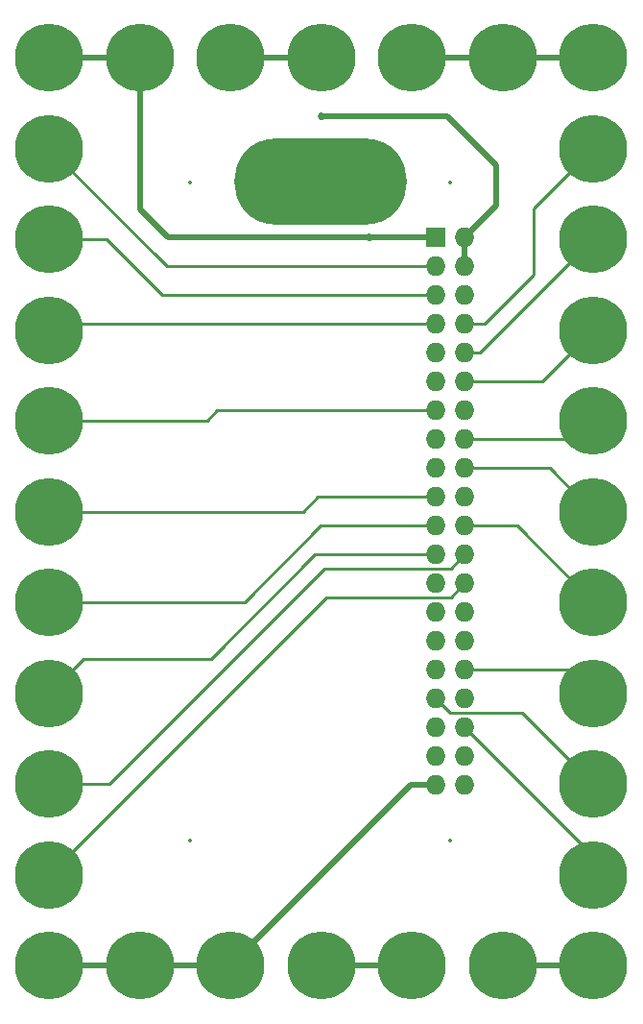
<source format=gtl>
%TF.GenerationSoftware,KiCad,Pcbnew,4.0.7-e2-6376~58~ubuntu16.04.1*%
%TF.CreationDate,2018-05-12T15:05:11-07:00*%
%TF.ProjectId,7x11-RasPi-Zero-Breakout,377831312D52617350692D5A65726F2D,1.0*%
%TF.FileFunction,Copper,L1,Top,Signal*%
%FSLAX46Y46*%
G04 Gerber Fmt 4.6, Leading zero omitted, Abs format (unit mm)*
G04 Created by KiCad (PCBNEW 4.0.7-e2-6376~58~ubuntu16.04.1) date Sat May 12 15:05:11 2018*
%MOMM*%
%LPD*%
G01*
G04 APERTURE LIST*
%ADD10C,0.350000*%
%ADD11O,15.240000X7.620000*%
%ADD12C,6.000000*%
%ADD13R,1.727200X1.727200*%
%ADD14O,1.727200X1.727200*%
%ADD15C,0.685800*%
%ADD16C,0.254000*%
%ADD17C,0.508000*%
%ADD18C,0.330200*%
%ADD19C,0.350000*%
G04 APERTURE END LIST*
D10*
D11*
X33274000Y-51943000D03*
D12*
X57304000Y-81046000D03*
X57303000Y-73046000D03*
X57303000Y-57046000D03*
X57303000Y-89046000D03*
X57303000Y-49046000D03*
X57303000Y-65046000D03*
X57304000Y-97046000D03*
X57304000Y-105046000D03*
X57303000Y-41046000D03*
X49304000Y-41046000D03*
X25304000Y-41046000D03*
X17304000Y-41046000D03*
X25304000Y-121046000D03*
X17304000Y-121046000D03*
X57303000Y-121046000D03*
X41304000Y-121046000D03*
X9304000Y-121046000D03*
X9304000Y-105046000D03*
X9304000Y-97046000D03*
X9304000Y-89046000D03*
X9304000Y-81046000D03*
X9304000Y-73046000D03*
X9304000Y-65046000D03*
X9304000Y-57046000D03*
X9304000Y-49046000D03*
X9304000Y-41046000D03*
X57304000Y-113046000D03*
X9304000Y-113046000D03*
X33304000Y-41046000D03*
X33304000Y-121046000D03*
X41304000Y-41046000D03*
X49304000Y-121046000D03*
D13*
X43434000Y-56896000D03*
D14*
X45974000Y-56896000D03*
X43434000Y-59436000D03*
X45974000Y-59436000D03*
X43434000Y-61976000D03*
X45974000Y-61976000D03*
X43434000Y-64516000D03*
X45974000Y-64516000D03*
X43434000Y-67056000D03*
X45974000Y-67056000D03*
X43434000Y-69596000D03*
X45974000Y-69596000D03*
X43434000Y-72136000D03*
X45974000Y-72136000D03*
X43434000Y-74676000D03*
X45974000Y-74676000D03*
X43434000Y-77216000D03*
X45974000Y-77216000D03*
X43434000Y-79756000D03*
X45974000Y-79756000D03*
X43434000Y-82296000D03*
X45974000Y-82296000D03*
X43434000Y-84836000D03*
X45974000Y-84836000D03*
X43434000Y-87376000D03*
X45974000Y-87376000D03*
X43434000Y-89916000D03*
X45974000Y-89916000D03*
X43434000Y-92456000D03*
X45974000Y-92456000D03*
X43434000Y-94996000D03*
X45974000Y-94996000D03*
X43434000Y-97536000D03*
X45974000Y-97536000D03*
X43434000Y-100076000D03*
X45974000Y-100076000D03*
X43434000Y-102616000D03*
X45974000Y-102616000D03*
X43434000Y-105156000D03*
X45974000Y-105156000D03*
D15*
X37592000Y-56896000D03*
X33304000Y-46228000D03*
D16*
X57304000Y-81046000D02*
X53474000Y-77216000D01*
X53474000Y-77216000D02*
X45974000Y-77216000D01*
X45974000Y-74676000D02*
X55673000Y-74676000D01*
X55673000Y-74676000D02*
X57303000Y-73046000D01*
X45974000Y-67056000D02*
X47293000Y-67056000D01*
X47293000Y-67056000D02*
X57303000Y-57046000D01*
X45974000Y-82296000D02*
X50553000Y-82296000D01*
X50553000Y-82296000D02*
X57303000Y-89046000D01*
X52070000Y-60198000D02*
X52070000Y-54279000D01*
X52070000Y-54279000D02*
X57303000Y-49046000D01*
X47752000Y-64516000D02*
X52070000Y-60198000D01*
X45974000Y-64516000D02*
X47752000Y-64516000D01*
X45974000Y-69596000D02*
X52753000Y-69596000D01*
X52753000Y-69596000D02*
X57303000Y-65046000D01*
X45974000Y-94996000D02*
X55254000Y-94996000D01*
X55254000Y-94996000D02*
X57304000Y-97046000D01*
X43434000Y-97536000D02*
X44678601Y-98780601D01*
X44678601Y-98780601D02*
X51038601Y-98780601D01*
X51038601Y-98780601D02*
X54304001Y-102046001D01*
X54304001Y-102046001D02*
X57304000Y-105046000D01*
X45974000Y-84836000D02*
X44729399Y-86080601D01*
X44729399Y-86080601D02*
X33553399Y-86080601D01*
X33553399Y-86080601D02*
X14588000Y-105046000D01*
X14588000Y-105046000D02*
X9304000Y-105046000D01*
X23555999Y-94046001D02*
X32766000Y-84836000D01*
X32766000Y-84836000D02*
X43434000Y-84836000D01*
X9304000Y-97046000D02*
X12303999Y-94046001D01*
X12303999Y-94046001D02*
X23555999Y-94046001D01*
X43434000Y-82296000D02*
X40132000Y-82296000D01*
X40132000Y-82296000D02*
X39116000Y-82296000D01*
X26524000Y-89046000D02*
X33274000Y-82296000D01*
X33274000Y-82296000D02*
X40132000Y-82296000D01*
X9304000Y-89046000D02*
X26524000Y-89046000D01*
X43434000Y-79756000D02*
X38608000Y-79756000D01*
X38608000Y-79756000D02*
X38100000Y-79756000D01*
X31730000Y-81046000D02*
X33020000Y-79756000D01*
X33020000Y-79756000D02*
X38608000Y-79756000D01*
X9304000Y-81046000D02*
X31730000Y-81046000D01*
X24130000Y-72136000D02*
X23220000Y-73046000D01*
X23220000Y-73046000D02*
X9304000Y-73046000D01*
X33782000Y-72136000D02*
X31750000Y-72136000D01*
X43434000Y-72136000D02*
X33782000Y-72136000D01*
X33782000Y-72136000D02*
X24130000Y-72136000D01*
X10214000Y-72136000D02*
X9304000Y-73046000D01*
X43434000Y-64516000D02*
X9834000Y-64516000D01*
X9834000Y-64516000D02*
X9304000Y-65046000D01*
X19304000Y-61976000D02*
X14374000Y-57046000D01*
X14374000Y-57046000D02*
X9304000Y-57046000D01*
X43434000Y-61976000D02*
X19304000Y-61976000D01*
X43434000Y-59436000D02*
X19694000Y-59436000D01*
X19694000Y-59436000D02*
X9304000Y-49046000D01*
X45974000Y-100076000D02*
X57304000Y-111406000D01*
X57304000Y-111406000D02*
X57304000Y-113046000D01*
X45974000Y-87376000D02*
X44729399Y-88620601D01*
X44729399Y-88620601D02*
X33729399Y-88620601D01*
X33729399Y-88620601D02*
X12303999Y-110046001D01*
X12303999Y-110046001D02*
X9304000Y-113046000D01*
D17*
X37592000Y-56896000D02*
X20574000Y-56896000D01*
X43434000Y-56896000D02*
X37592000Y-56896000D01*
X19812000Y-56896000D02*
X17304000Y-54388000D01*
X17304000Y-54388000D02*
X17304000Y-41046000D01*
X20574000Y-56896000D02*
X20320000Y-56896000D01*
X20574000Y-56896000D02*
X19812000Y-56896000D01*
X9304000Y-41046000D02*
X13546640Y-41046000D01*
X13546640Y-41046000D02*
X17304000Y-41046000D01*
X49304000Y-121046000D02*
X57303000Y-121046000D01*
X48768000Y-54102000D02*
X48768000Y-50546000D01*
X45974000Y-56896000D02*
X48768000Y-54102000D01*
X48768000Y-50546000D02*
X44450000Y-46228000D01*
X44450000Y-46228000D02*
X33304000Y-46228000D01*
X33304000Y-41046000D02*
X25304000Y-41046000D01*
X33304000Y-121046000D02*
X37546640Y-121046000D01*
X37546640Y-121046000D02*
X41304000Y-121046000D01*
X45974000Y-56896000D02*
X45974000Y-59436000D01*
X49304000Y-41046000D02*
X57303000Y-41046000D01*
X41304000Y-41046000D02*
X45546640Y-41046000D01*
X45546640Y-41046000D02*
X49304000Y-41046000D01*
X25304000Y-121046000D02*
X41194000Y-105156000D01*
X41194000Y-105156000D02*
X43434000Y-105156000D01*
X17304000Y-121046000D02*
X21546640Y-121046000D01*
X21546640Y-121046000D02*
X25304000Y-121046000D01*
X9304000Y-121046000D02*
X13546640Y-121046000D01*
X13546640Y-121046000D02*
X17304000Y-121046000D01*
D18*
X37592000Y-56896000D03*
X33304000Y-46228000D03*
D19*
X57304000Y-81046000D03*
X57303000Y-73046000D03*
X57303000Y-57046000D03*
X57303000Y-89046000D03*
X57303000Y-49046000D03*
X57303000Y-65046000D03*
X57304000Y-97046000D03*
X57304000Y-105046000D03*
X57303000Y-41046000D03*
X49304000Y-41046000D03*
X25304000Y-41046000D03*
X17304000Y-41046000D03*
X25304000Y-121046000D03*
X17304000Y-121046000D03*
X57303000Y-121046000D03*
X41304000Y-121046000D03*
X9304000Y-121046000D03*
X9304000Y-105046000D03*
X9304000Y-97046000D03*
X9304000Y-89046000D03*
X9304000Y-81046000D03*
X9304000Y-73046000D03*
X9304000Y-65046000D03*
X9304000Y-57046000D03*
X9304000Y-49046000D03*
X9304000Y-41046000D03*
X57304000Y-113046000D03*
X9304000Y-113046000D03*
X33304000Y-41046000D03*
X33304000Y-121046000D03*
X41304000Y-41046000D03*
X49304000Y-121046000D03*
X21704000Y-52046000D03*
X44704000Y-52046000D03*
X44704000Y-110046000D03*
X21704000Y-110046000D03*
X43434000Y-56896000D03*
X45974000Y-56896000D03*
X43434000Y-59436000D03*
X45974000Y-59436000D03*
X43434000Y-61976000D03*
X45974000Y-61976000D03*
X43434000Y-64516000D03*
X45974000Y-64516000D03*
X43434000Y-67056000D03*
X45974000Y-67056000D03*
X43434000Y-69596000D03*
X45974000Y-69596000D03*
X43434000Y-72136000D03*
X45974000Y-72136000D03*
X43434000Y-74676000D03*
X45974000Y-74676000D03*
X43434000Y-77216000D03*
X45974000Y-77216000D03*
X43434000Y-79756000D03*
X45974000Y-79756000D03*
X43434000Y-82296000D03*
X45974000Y-82296000D03*
X43434000Y-84836000D03*
X45974000Y-84836000D03*
X43434000Y-87376000D03*
X45974000Y-87376000D03*
X43434000Y-89916000D03*
X45974000Y-89916000D03*
X43434000Y-92456000D03*
X45974000Y-92456000D03*
X43434000Y-94996000D03*
X45974000Y-94996000D03*
X43434000Y-97536000D03*
X45974000Y-97536000D03*
X43434000Y-100076000D03*
X45974000Y-100076000D03*
X43434000Y-102616000D03*
X45974000Y-102616000D03*
X43434000Y-105156000D03*
X45974000Y-105156000D03*
M02*

</source>
